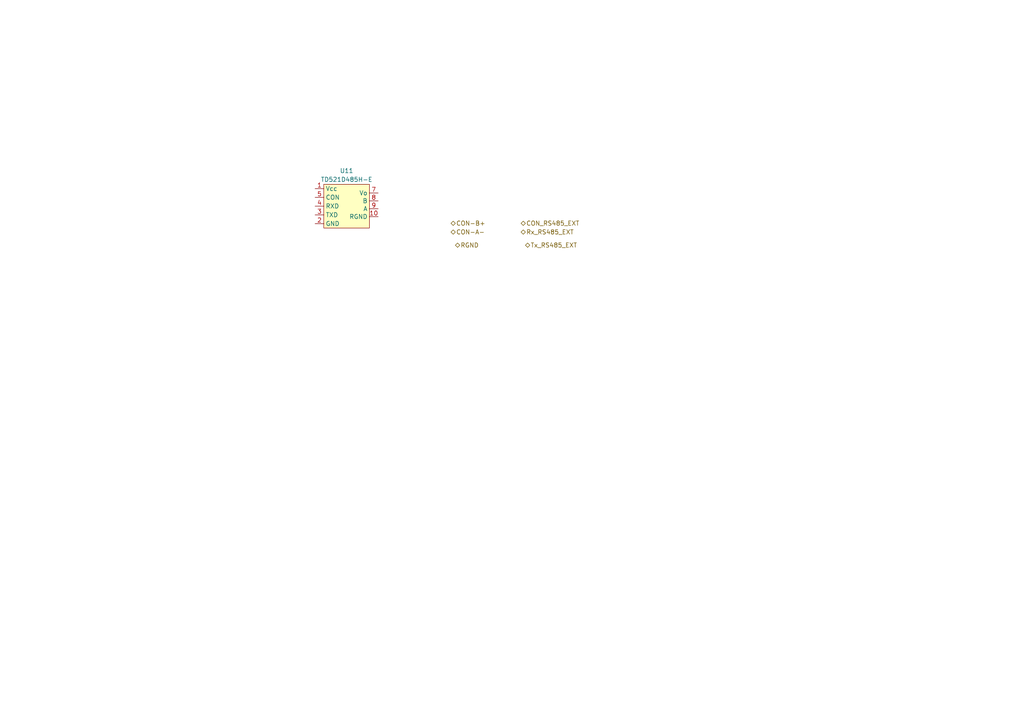
<source format=kicad_sch>
(kicad_sch (version 20230121) (generator eeschema)
  (paper "A4")
  (lib_symbols
    (symbol "nuevos simvolos:TD521D485H-E"
      (property "Reference" "U" (at 0 0 0))
      (property "Value" "TD521D485H-E" (at 0.254 -1.524 0))
      (symbol "TD521D485H-E_0_1"
        (rectangle (start -6.35 14.224) (end 6.858 1.524) (fill (type background)))
      )
      (symbol "TD521D485H-E_1_1"
        (pin input line (at -8.89 12.954 0) (length 2.54) (name "Vcc") (number "1"))
        (pin output line (at 9.398 4.826 180) (length 2.54) (name "RGND") (number "10"))
        (pin output line (at -8.89 2.794 0) (length 2.54) (name "GND") (number "2"))
        (pin bidirectional line (at -8.89 5.334 0) (length 2.54) (name "TXD") (number "3"))
        (pin bidirectional line (at -8.89 7.874 0) (length 2.54) (name "RXD") (number "4"))
        (pin bidirectional line (at -8.89 10.414 0) (length 2.54) (name "CON") (number "5"))
        (pin output line (at 9.398 11.684 180) (length 2.54) (name "Vo") (number "7"))
        (pin bidirectional line (at 9.398 9.398 180) (length 2.54) (name "B") (number "8"))
        (pin bidirectional line (at 9.398 7.112 180) (length 2.54) (name "A") (number "9"))
      )
    )
  )
  (hierarchical_label "Rx_RS485_EXT" (shape bidirectional) (at 151.13 67.31 0))
  (hierarchical_label "RGND" (shape bidirectional) (at 132.08 71.12 0))
  (hierarchical_label "CON_RS485_EXT" (shape bidirectional) (at 151.13 64.77 0))
  (hierarchical_label "Tx_RS485_EXT" (shape bidirectional) (at 152.4 71.12 0))
  (hierarchical_label "CON-A-" (shape bidirectional) (at 130.81 67.31 0))
  (hierarchical_label "CON-B+" (shape bidirectional) (at 130.81 64.77 0))
  (symbol (lib_id "nuevos simvolos:TD521D485H-E") (at 100.2792 67.6656 0) (unit 1)
    (property "Reference" "U11" (at 100.5332 49.53 0))
    (property "Value" "TD521D485H-E" (at 100.5332 52.07 0))
    (property "Footprint" "nuevo simbolo:TD521D485H-E" (effects hide))
    (property "Datasheet" "https://www.digchip.com/datasheets/parts/datasheet/2/1007/TD521D485H-E-pdf.php" (effects hide))
  )
)
</source>
